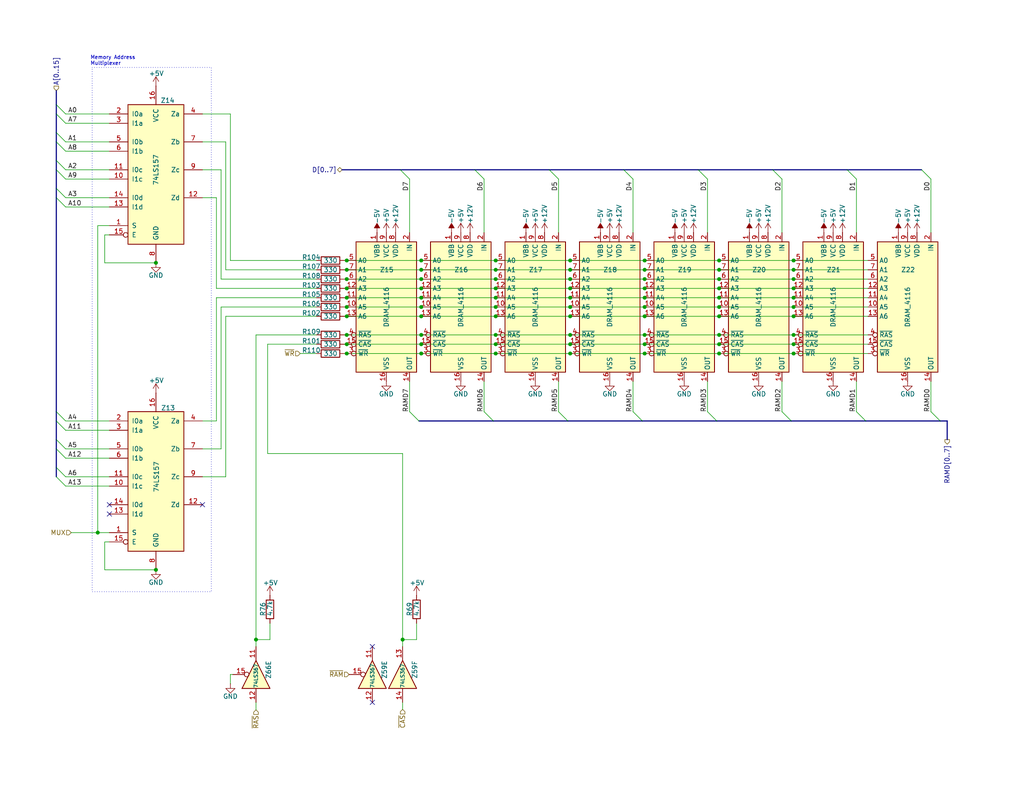
<source format=kicad_sch>
(kicad_sch (version 20250114) (generator "eeschema") (generator_version "9.0")
  (paper "USLetter")
  (title_block (title "TRS-80 Model I Rev HE11E011550") (date "2025-06-15") (rev "E1A") (company "RetroStack - Marcel Erz") (comment 2 "DRAM multiplexing & DRAM") (comment 4 "RAM"))
  (lib_symbols
    (symbol "74xx:74LS157" (pin_names (offset 1.016))
      (property "Reference" "U" (at -7.62 19.05 0))
      (property "Value" "74LS157" (at -7.62 -21.59 0))
      (symbol "74LS157_1_0"
        (pin input line (at -12.7 15.24 0) (length 5.08) (name "I0a") (number "2"))
        (pin input line (at -12.7 12.7 0) (length 5.08) (name "I1a") (number "3"))
        (pin input line (at -12.7 7.62 0) (length 5.08) (name "I0b") (number "5"))
        (pin input line (at -12.7 5.08 0) (length 5.08) (name "I1b") (number "6"))
        (pin input line (at -12.7 0 0) (length 5.08) (name "I0c") (number "11"))
        (pin input line (at -12.7 -2.54 0) (length 5.08) (name "I1c") (number "10"))
        (pin input line (at -12.7 -7.62 0) (length 5.08) (name "I0d") (number "14"))
        (pin input line (at -12.7 -10.16 0) (length 5.08) (name "I1d") (number "13"))
        (pin input line (at -12.7 -15.24 0) (length 5.08) (name "S") (number "1"))
        (pin input inverted (at -12.7 -17.78 0) (length 5.08) (name "E") (number "15"))
        (pin power_in line (at 0 22.86 270) (length 5.08) (name "VCC") (number "16"))
        (pin power_in line (at 0 -25.4 90) (length 5.08) (name "GND") (number "8"))
        (pin output line (at 12.7 15.24 180) (length 5.08) (name "Za") (number "4"))
        (pin output line (at 12.7 7.62 180) (length 5.08) (name "Zb") (number "7"))
        (pin output line (at 12.7 0 180) (length 5.08) (name "Zc") (number "9"))
        (pin output line (at 12.7 -7.62 180) (length 5.08) (name "Zd") (number "12"))
      )
      (symbol "74LS157_1_1"
        (rectangle (start -7.62 17.78) (end 7.62 -20.32) (stroke (width 0.254)) (fill (type background)))
      )
    )
    (symbol "Device:R" (pin_numbers (hide yes)) (pin_names (offset 0))
      (property "Reference" "R" (at 2.032 0 90))
      (property "Value" "R" (at 0 0 90))
      (symbol "R_0_1"
        (rectangle (start -1.016 -2.54) (end 1.016 2.54) (stroke (width 0.254)))
      )
      (symbol "R_1_1"
        (pin passive line (at 0 3.81 270) (length 1.27) (name "~") (number "1"))
        (pin passive line (at 0 -3.81 90) (length 1.27) (name "~") (number "2"))
      )
    )
    (symbol "RetroStackLibrary:74LS367_Split" (pin_names (offset 1.016))
      (property "Reference" "U" (at 0 1.27 0))
      (property "Value" "74LS367" (at 0 -1.27 0))
      (symbol "74LS367_Split_1_0"
        (polyline (pts (xy -3.81 3.81) (xy -3.81 -3.81) (xy 3.81 0) (xy -3.81 3.81)) (stroke (width 0.254)) (fill (type background)))
        (pin input line (at -7.62 0 0) (length 3.81) (name "~") (number "2"))
        (pin input inverted (at 0 6.35 270) (length 4.445) (name "~") (number "1"))
        (pin tri_state line (at 7.62 0 180) (length 3.81) (name "~") (number "3"))
      )
      (symbol "74LS367_Split_2_0"
        (polyline (pts (xy -3.81 3.81) (xy -3.81 -3.81) (xy 3.81 0) (xy -3.81 3.81)) (stroke (width 0.254)) (fill (type background)))
        (pin input line (at -7.62 0 0) (length 3.81) (name "~") (number "4"))
        (pin tri_state line (at 7.62 0 180) (length 3.81) (name "~") (number "5"))
      )
      (symbol "74LS367_Split_3_0"
        (polyline (pts (xy -3.81 3.81) (xy -3.81 -3.81) (xy 3.81 0) (xy -3.81 3.81)) (stroke (width 0.254)) (fill (type background)))
        (pin input line (at -7.62 0 0) (length 3.81) (name "~") (number "6"))
        (pin tri_state line (at 7.62 0 180) (length 3.81) (name "~") (number "7"))
      )
      (symbol "74LS367_Split_4_0"
        (polyline (pts (xy -3.81 3.81) (xy -3.81 -3.81) (xy 3.81 0) (xy -3.81 3.81)) (stroke (width 0.254)) (fill (type background)))
        (pin input line (at -7.62 0 0) (length 3.81) (name "~") (number "10"))
        (pin tri_state line (at 7.62 0 180) (length 3.81) (name "~") (number "9"))
      )
      (symbol "74LS367_Split_5_0"
        (polyline (pts (xy -3.175 -2.54) (xy -3.175 -10.16) (xy 4.445 -6.35) (xy -3.175 -2.54)) (stroke (width 0.254)) (fill (type background)))
        (pin input line (at -6.985 -6.35 0) (length 3.81) (name "~") (number "12"))
        (pin input inverted (at 0.635 0 270) (length 4.445) (name "~") (number "15"))
        (pin tri_state line (at 8.255 -6.35 180) (length 3.81) (name "~") (number "11"))
      )
      (symbol "74LS367_Split_6_0"
        (polyline (pts (xy -3.81 3.81) (xy -3.81 -3.81) (xy 3.81 0) (xy -3.81 3.81)) (stroke (width 0.254)) (fill (type background)))
        (pin input line (at -7.62 0 0) (length 3.81) (name "~") (number "14"))
        (pin tri_state line (at 7.62 0 180) (length 3.81) (name "~") (number "13"))
      )
      (symbol "74LS367_Split_7_0"
        (pin power_in line (at 0 1.905 270) (length 5.08) (name "VCC") (number "16"))
        (pin power_in line (at 0 -23.495 90) (length 5.08) (name "GND") (number "8"))
      )
      (symbol "74LS367_Split_7_1"
        (rectangle (start -5.08 -3.175) (end 5.08 -18.415) (stroke (width 0.254)) (fill (type background)))
      )
    )
    (symbol "RetroStackLibrary:DRAM_4116"
      (property "Reference" "U" (at 0 0 0))
      (property "Value" "DRAM_4116" (at 0 0 0))
      (symbol "DRAM_4116_1_1"
        (rectangle (start -8.255 -4.445) (end 8.255 -40.005) (stroke (width 0.254)) (fill (type background)))
        (pin input line (at -10.795 -9.525 0) (length 2.54) (name "A0") (number "5"))
        (pin input line (at -10.795 -12.065 0) (length 2.54) (name "A1") (number "7"))
        (pin input line (at -10.795 -14.605 0) (length 2.54) (name "A2") (number "6"))
        (pin input line (at -10.795 -17.145 0) (length 2.54) (name "A3") (number "12"))
        (pin input line (at -10.795 -19.685 0) (length 2.54) (name "A4") (number "11"))
        (pin input line (at -10.795 -22.225 0) (length 2.54) (name "A5") (number "10"))
        (pin input line (at -10.795 -24.765 0) (length 2.54) (name "A6") (number "13"))
        (pin input inverted (at -10.795 -29.845 0) (length 2.54) (name "~{RAS}") (number "4"))
        (pin input inverted (at -10.795 -32.385 0) (length 2.54) (name "~{CAS}") (number "15"))
        (pin input inverted (at -10.795 -34.925 0) (length 2.54) (name "~{WR}") (number "3"))
        (pin power_in line (at -2.54 -1.905 270) (length 2.54) (name "VBB") (number "1"))
        (pin power_in line (at 0 -1.905 270) (length 2.54) (name "VCC") (number "9"))
        (pin power_in line (at 0 -42.545 90) (length 2.54) (name "VSS") (number "16"))
        (pin power_in line (at 2.54 -1.905 270) (length 2.54) (name "VDD") (number "8"))
        (pin input line (at 6.35 -1.905 270) (length 2.54) (name "IN") (number "2"))
        (pin tri_state line (at 6.35 -42.545 90) (length 2.54) (name "OUT") (number "14"))
      )
    )
    (symbol "power:+12V" (power) (pin_numbers (hide yes)) (pin_names (offset 0) (hide yes))
      (property "Value" "+12V" (at 0 3.556 0))
      (symbol "+12V_0_1"
        (polyline (pts (xy -0.762 1.27) (xy 0 2.54)))
        (polyline (pts (xy 0 2.54) (xy 0.762 1.27)))
        (polyline (pts (xy 0 0) (xy 0 2.54)))
      )
      (symbol "+12V_1_1"
        (pin power_in line (at 0 0 90) (length 0) (name "~") (number "1"))
      )
    )
    (symbol "power:+5V" (power) (pin_numbers (hide yes)) (pin_names (offset 0) (hide yes))
      (property "Value" "+5V" (at 0 3.556 0))
      (symbol "+5V_0_1"
        (polyline (pts (xy -0.762 1.27) (xy 0 2.54)))
        (polyline (pts (xy 0 2.54) (xy 0.762 1.27)))
        (polyline (pts (xy 0 0) (xy 0 2.54)))
      )
      (symbol "+5V_1_1"
        (pin power_in line (at 0 0 90) (length 0) (name "~") (number "1"))
      )
    )
    (symbol "power:-5V" (power) (pin_numbers (hide yes)) (pin_names (offset 0) (hide yes))
      (property "Value" "-5V" (at 0 3.556 0))
      (symbol "-5V_0_0"
        (pin power_in line (at 0 0 90) (length 0) (name "~") (number "1"))
      )
      (symbol "-5V_0_1"
        (polyline (pts (xy 0 0) (xy 0 1.27) (xy 0.762 1.27) (xy 0 2.54) (xy -0.762 1.27) (xy 0 1.27)) (fill (type outline)))
      )
    )
    (symbol "power:GND" (power) (pin_numbers (hide yes)) (pin_names (offset 0) (hide yes))
      (property "Value" "GND" (at 0 -3.81 0))
      (symbol "GND_0_1"
        (polyline (pts (xy 0 0) (xy 0 -1.27) (xy 1.27 -1.27) (xy 0 -2.54) (xy -1.27 -1.27) (xy 0 -1.27)))
      )
      (symbol "GND_1_1"
        (pin power_in line (at 0 0 270) (length 0) (name "~") (number "1"))
      )
    )
  )
  (rectangle (start 25.146 18.415) (end 57.658 161.544) (stroke (width 0) (type dot)))
  (text "Memory Address\nMultiplexer" (at 24.638 18.034 0) (effects (font (size 1 1)) (justify left bottom)))
  (junction (at 94.615 76.2))
  (junction (at 26.67 145.415))
  (junction (at 196.215 96.52))
  (junction (at 196.215 93.98))
  (junction (at 109.855 174.625))
  (junction (at 196.215 71.12))
  (junction (at 196.215 73.66))
  (junction (at 216.535 86.36))
  (junction (at 135.255 91.44))
  (junction (at 216.535 81.28))
  (junction (at 69.85 174.625))
  (junction (at 216.535 71.12))
  (junction (at 155.575 93.98))
  (junction (at 94.615 73.66))
  (junction (at 175.895 83.82))
  (junction (at 196.215 78.74))
  (junction (at 175.895 73.66))
  (junction (at 94.615 93.98))
  (junction (at 94.615 81.28))
  (junction (at 42.545 155.575))
  (junction (at 135.255 93.98))
  (junction (at 155.575 78.74))
  (junction (at 94.615 71.12))
  (junction (at 196.215 76.2))
  (junction (at 114.935 81.28))
  (junction (at 135.255 83.82))
  (junction (at 135.255 73.66))
  (junction (at 196.215 81.28))
  (junction (at 135.255 81.28))
  (junction (at 196.215 83.82))
  (junction (at 135.255 71.12))
  (junction (at 94.615 91.44))
  (junction (at 135.255 86.36))
  (junction (at 155.575 96.52))
  (junction (at 114.935 83.82))
  (junction (at 175.895 91.44))
  (junction (at 155.575 81.28))
  (junction (at 175.895 86.36))
  (junction (at 216.535 91.44))
  (junction (at 175.895 71.12))
  (junction (at 114.935 91.44))
  (junction (at 42.545 71.755))
  (junction (at 155.575 91.44))
  (junction (at 216.535 83.82))
  (junction (at 196.215 86.36))
  (junction (at 175.895 96.52))
  (junction (at 216.535 78.74))
  (junction (at 135.255 96.52))
  (junction (at 155.575 86.36))
  (junction (at 216.535 96.52))
  (junction (at 216.535 73.66))
  (junction (at 114.935 73.66))
  (junction (at 216.535 76.2))
  (junction (at 94.615 78.74))
  (junction (at 175.895 81.28))
  (junction (at 175.895 78.74))
  (junction (at 114.935 96.52))
  (junction (at 216.535 93.98))
  (junction (at 155.575 73.66))
  (junction (at 94.615 86.36))
  (junction (at 155.575 71.12))
  (junction (at 114.935 93.98))
  (junction (at 114.935 76.2))
  (junction (at 175.895 76.2))
  (junction (at 135.255 76.2))
  (junction (at 155.575 76.2))
  (junction (at 94.615 83.82))
  (junction (at 114.935 71.12))
  (junction (at 175.895 93.98))
  (junction (at 196.215 91.44))
  (junction (at 114.935 78.74))
  (junction (at 114.935 86.36))
  (junction (at 94.615 96.52))
  (junction (at 155.575 83.82))
  (junction (at 135.255 78.74))
  (no_connect (at 29.845 137.795))
  (no_connect (at 55.245 137.795))
  (no_connect (at 101.6 191.77))
  (no_connect (at 101.6 176.53))
  (no_connect (at 29.845 140.335))
  (bus_entry (at 17.907 48.895) (size -2.54 -2.54))
  (bus_entry (at 233.68 112.395) (size 2.54 2.54))
  (bus_entry (at 111.76 48.895) (size -2.54 -2.54))
  (bus_entry (at 17.907 46.355) (size -2.54 -2.54))
  (bus_entry (at 17.907 122.555) (size -2.54 -2.54))
  (bus_entry (at 17.907 33.655) (size -2.54 -2.54))
  (bus_entry (at 17.907 53.975) (size -2.54 -2.54))
  (bus_entry (at 193.04 112.395) (size 2.54 2.54))
  (bus_entry (at 132.08 48.895) (size -2.54 -2.54))
  (bus_entry (at 213.36 48.895) (size -2.54 -2.54))
  (bus_entry (at 17.907 117.475) (size -2.54 -2.54))
  (bus_entry (at 17.907 56.515) (size -2.54 -2.54))
  (bus_entry (at 152.4 112.395) (size 2.54 2.54))
  (bus_entry (at 17.907 41.275) (size -2.54 -2.54))
  (bus_entry (at 17.907 125.095) (size -2.54 -2.54))
  (bus_entry (at 17.907 114.935) (size -2.54 -2.54))
  (bus_entry (at 233.68 48.895) (size -2.54 -2.54))
  (bus_entry (at 213.36 112.395) (size 2.54 2.54))
  (bus_entry (at 17.907 31.115) (size -2.54 -2.54))
  (bus_entry (at 17.907 38.735) (size -2.54 -2.54))
  (bus_entry (at 132.08 112.395) (size 2.54 2.54))
  (bus_entry (at 172.72 112.395) (size 2.54 2.54))
  (bus_entry (at 17.907 132.715) (size -2.54 -2.54))
  (bus_entry (at 254 112.395) (size 2.54 2.54))
  (bus_entry (at 111.76 112.395) (size 2.54 2.54))
  (bus_entry (at 17.907 130.175) (size -2.54 -2.54))
  (bus_entry (at 193.04 48.895) (size -2.54 -2.54))
  (bus_entry (at 254 48.895) (size -2.54 -2.54))
  (bus_entry (at 172.72 48.895) (size -2.54 -2.54))
  (bus_entry (at 152.4 48.895) (size -2.54 -2.54))
  (wire (pts (xy 28.575 147.955) (xy 28.575 155.575)))
  (wire (pts (xy 135.255 71.12) (xy 155.575 71.12)))
  (wire (pts (xy 94.615 76.2) (xy 93.98 76.2)))
  (wire (pts (xy 216.535 81.28) (xy 236.855 81.28)))
  (bus (pts (xy 175.26 114.935) (xy 195.58 114.935)))
  (wire (pts (xy 94.615 81.28) (xy 114.935 81.28)))
  (wire (pts (xy 114.935 71.12) (xy 135.255 71.12)))
  (wire (pts (xy 61.595 38.735) (xy 61.595 73.66)))
  (wire (pts (xy 26.67 61.595) (xy 26.67 145.415)))
  (wire (pts (xy 193.04 48.895) (xy 193.04 63.5)))
  (bus (pts (xy 236.22 114.935) (xy 256.54 114.935)))
  (wire (pts (xy 193.04 104.14) (xy 193.04 112.395)))
  (wire (pts (xy 60.325 83.82) (xy 86.36 83.82)))
  (wire (pts (xy 55.245 31.115) (xy 62.865 31.115)))
  (wire (pts (xy 175.895 81.28) (xy 196.215 81.28)))
  (wire (pts (xy 213.36 104.14) (xy 213.36 112.395)))
  (wire (pts (xy 55.245 46.355) (xy 60.325 46.355)))
  (bus (pts (xy 231.14 46.355) (xy 251.46 46.355)))
  (wire (pts (xy 17.907 33.655) (xy 29.845 33.655)))
  (wire (pts (xy 114.935 83.82) (xy 135.255 83.82)))
  (wire (pts (xy 175.895 71.12) (xy 196.215 71.12)))
  (bus (pts (xy 114.3 114.935) (xy 134.62 114.935)))
  (wire (pts (xy 135.255 81.28) (xy 155.575 81.28)))
  (wire (pts (xy 17.907 117.475) (xy 29.845 117.475)))
  (wire (pts (xy 109.855 174.625) (xy 109.855 176.53)))
  (wire (pts (xy 196.215 91.44) (xy 216.535 91.44)))
  (wire (pts (xy 175.895 83.82) (xy 196.215 83.82)))
  (wire (pts (xy 26.67 145.415) (xy 29.845 145.415)))
  (wire (pts (xy 196.215 86.36) (xy 216.535 86.36)))
  (wire (pts (xy 28.575 64.135) (xy 28.575 71.755)))
  (wire (pts (xy 61.595 73.66) (xy 86.36 73.66)))
  (wire (pts (xy 111.76 48.895) (xy 111.76 63.5)))
  (wire (pts (xy 114.935 93.98) (xy 135.255 93.98)))
  (wire (pts (xy 254 104.14) (xy 254 112.395)))
  (wire (pts (xy 17.907 56.515) (xy 29.845 56.515)))
  (bus (pts (xy 15.367 51.435) (xy 15.367 46.355)))
  (bus (pts (xy 215.9 114.935) (xy 236.22 114.935)))
  (wire (pts (xy 175.895 78.74) (xy 196.215 78.74)))
  (wire (pts (xy 69.85 174.625) (xy 69.85 176.53)))
  (wire (pts (xy 109.855 123.825) (xy 109.855 174.625)))
  (wire (pts (xy 81.915 96.52) (xy 86.36 96.52)))
  (bus (pts (xy 15.367 53.975) (xy 15.367 51.435)))
  (wire (pts (xy 93.98 73.66) (xy 94.615 73.66)))
  (wire (pts (xy 155.575 76.2) (xy 175.895 76.2)))
  (bus (pts (xy 258.445 114.935) (xy 258.445 120.015)))
  (wire (pts (xy 196.215 71.12) (xy 216.535 71.12)))
  (wire (pts (xy 59.055 114.935) (xy 55.245 114.935)))
  (wire (pts (xy 17.907 41.275) (xy 29.845 41.275)))
  (wire (pts (xy 28.575 64.135) (xy 29.845 64.135)))
  (bus (pts (xy 15.367 114.935) (xy 15.367 112.395)))
  (bus (pts (xy 15.367 112.395) (xy 15.367 53.975)))
  (wire (pts (xy 60.325 46.355) (xy 60.325 76.2)))
  (wire (pts (xy 73.025 123.825) (xy 109.855 123.825)))
  (wire (pts (xy 216.535 73.66) (xy 236.855 73.66)))
  (wire (pts (xy 62.865 31.115) (xy 62.865 71.12)))
  (wire (pts (xy 152.4 104.14) (xy 152.4 112.395)))
  (wire (pts (xy 17.907 38.735) (xy 29.845 38.735)))
  (wire (pts (xy 94.615 83.82) (xy 114.935 83.82)))
  (bus (pts (xy 15.367 122.555) (xy 15.367 127.635)))
  (wire (pts (xy 175.895 86.36) (xy 196.215 86.36)))
  (wire (pts (xy 233.68 104.14) (xy 233.68 112.395)))
  (wire (pts (xy 17.907 53.975) (xy 29.845 53.975)))
  (wire (pts (xy 135.255 96.52) (xy 155.575 96.52)))
  (wire (pts (xy 172.72 104.14) (xy 172.72 112.395)))
  (bus (pts (xy 15.367 38.735) (xy 15.367 36.195)))
  (wire (pts (xy 196.215 81.28) (xy 216.535 81.28)))
  (wire (pts (xy 19.431 145.415) (xy 26.67 145.415)))
  (wire (pts (xy 155.575 78.74) (xy 175.895 78.74)))
  (wire (pts (xy 94.615 76.2) (xy 114.935 76.2)))
  (wire (pts (xy 28.575 155.575) (xy 42.545 155.575)))
  (wire (pts (xy 94.615 91.44) (xy 114.935 91.44)))
  (wire (pts (xy 17.907 122.555) (xy 29.845 122.555)))
  (wire (pts (xy 155.575 83.82) (xy 175.895 83.82)))
  (wire (pts (xy 155.575 86.36) (xy 175.895 86.36)))
  (wire (pts (xy 17.907 48.895) (xy 29.845 48.895)))
  (bus (pts (xy 15.367 130.175) (xy 15.367 127.635)))
  (wire (pts (xy 94.615 83.82) (xy 93.98 83.82)))
  (wire (pts (xy 93.98 96.52) (xy 94.615 96.52)))
  (wire (pts (xy 17.907 31.115) (xy 29.845 31.115)))
  (wire (pts (xy 59.055 53.975) (xy 59.055 78.74)))
  (wire (pts (xy 114.935 73.66) (xy 135.255 73.66)))
  (wire (pts (xy 135.255 91.44) (xy 155.575 91.44)))
  (wire (pts (xy 73.025 93.98) (xy 86.36 93.98)))
  (wire (pts (xy 111.76 104.14) (xy 111.76 112.395)))
  (wire (pts (xy 175.895 76.2) (xy 196.215 76.2)))
  (wire (pts (xy 62.865 184.15) (xy 63.5 184.15)))
  (wire (pts (xy 155.575 93.98) (xy 175.895 93.98)))
  (wire (pts (xy 114.935 81.28) (xy 135.255 81.28)))
  (wire (pts (xy 196.215 93.98) (xy 216.535 93.98)))
  (bus (pts (xy 170.18 46.355) (xy 190.5 46.355)))
  (bus (pts (xy 15.367 122.555) (xy 15.367 120.015)))
  (wire (pts (xy 28.575 147.955) (xy 29.845 147.955)))
  (wire (pts (xy 55.245 130.175) (xy 61.595 130.175)))
  (wire (pts (xy 94.615 86.36) (xy 114.935 86.36)))
  (wire (pts (xy 94.615 93.98) (xy 93.98 93.98)))
  (wire (pts (xy 114.935 76.2) (xy 135.255 76.2)))
  (wire (pts (xy 152.4 48.895) (xy 152.4 63.5)))
  (wire (pts (xy 17.907 125.095) (xy 29.845 125.095)))
  (bus (pts (xy 15.367 38.735) (xy 15.367 43.815)))
  (wire (pts (xy 109.855 174.625) (xy 113.665 174.625)))
  (wire (pts (xy 216.535 83.82) (xy 236.855 83.82)))
  (wire (pts (xy 216.535 76.2) (xy 236.855 76.2)))
  (wire (pts (xy 175.895 93.98) (xy 196.215 93.98)))
  (wire (pts (xy 155.575 91.44) (xy 175.895 91.44)))
  (bus (pts (xy 195.58 114.935) (xy 215.9 114.935)))
  (wire (pts (xy 59.055 78.74) (xy 86.36 78.74)))
  (wire (pts (xy 135.255 76.2) (xy 155.575 76.2)))
  (wire (pts (xy 114.935 86.36) (xy 135.255 86.36)))
  (wire (pts (xy 17.907 46.355) (xy 29.845 46.355)))
  (wire (pts (xy 196.215 76.2) (xy 216.535 76.2)))
  (wire (pts (xy 113.665 170.18) (xy 113.665 174.625)))
  (wire (pts (xy 94.615 78.74) (xy 114.935 78.74)))
  (wire (pts (xy 132.08 104.14) (xy 132.08 112.395)))
  (wire (pts (xy 28.575 71.755) (xy 42.545 71.755)))
  (wire (pts (xy 254 48.895) (xy 254 63.5)))
  (wire (pts (xy 55.245 122.555) (xy 60.325 122.555)))
  (wire (pts (xy 132.08 48.895) (xy 132.08 63.5)))
  (wire (pts (xy 135.255 86.36) (xy 155.575 86.36)))
  (wire (pts (xy 155.575 71.12) (xy 175.895 71.12)))
  (wire (pts (xy 69.85 91.44) (xy 86.36 91.44)))
  (bus (pts (xy 15.367 46.355) (xy 15.367 43.815)))
  (bus (pts (xy 109.22 46.355) (xy 129.54 46.355)))
  (wire (pts (xy 155.575 81.28) (xy 175.895 81.28)))
  (bus (pts (xy 210.82 46.355) (xy 231.14 46.355)))
  (bus (pts (xy 149.86 46.355) (xy 170.18 46.355)))
  (wire (pts (xy 216.535 86.36) (xy 236.855 86.36)))
  (wire (pts (xy 93.98 71.12) (xy 94.615 71.12)))
  (wire (pts (xy 17.907 132.715) (xy 29.845 132.715)))
  (wire (pts (xy 196.215 73.66) (xy 216.535 73.66)))
  (wire (pts (xy 59.055 53.975) (xy 55.245 53.975)))
  (wire (pts (xy 196.215 83.82) (xy 216.535 83.82)))
  (wire (pts (xy 135.255 78.74) (xy 155.575 78.74)))
  (wire (pts (xy 62.865 71.12) (xy 86.36 71.12)))
  (wire (pts (xy 155.575 96.52) (xy 175.895 96.52)))
  (bus (pts (xy 15.367 36.195) (xy 15.367 31.115)))
  (wire (pts (xy 59.055 81.28) (xy 86.36 81.28)))
  (wire (pts (xy 93.98 86.36) (xy 94.615 86.36)))
  (bus (pts (xy 129.54 46.355) (xy 149.86 46.355)))
  (wire (pts (xy 135.255 83.82) (xy 155.575 83.82)))
  (wire (pts (xy 94.615 71.12) (xy 114.935 71.12)))
  (wire (pts (xy 60.325 76.2) (xy 86.36 76.2)))
  (wire (pts (xy 73.66 170.18) (xy 73.66 174.625)))
  (wire (pts (xy 94.615 93.98) (xy 114.935 93.98)))
  (wire (pts (xy 196.215 96.52) (xy 216.535 96.52)))
  (wire (pts (xy 59.055 114.935) (xy 59.055 81.28)))
  (wire (pts (xy 94.615 73.66) (xy 114.935 73.66)))
  (wire (pts (xy 29.845 61.595) (xy 26.67 61.595)))
  (wire (pts (xy 61.595 86.36) (xy 86.36 86.36)))
  (wire (pts (xy 175.895 96.52) (xy 196.215 96.52)))
  (wire (pts (xy 61.595 86.36) (xy 61.595 130.175)))
  (wire (pts (xy 69.85 174.625) (xy 73.66 174.625)))
  (wire (pts (xy 114.935 91.44) (xy 135.255 91.44)))
  (wire (pts (xy 216.535 91.44) (xy 236.855 91.44)))
  (bus (pts (xy 154.94 114.935) (xy 175.26 114.935)))
  (wire (pts (xy 94.615 96.52) (xy 114.935 96.52)))
  (wire (pts (xy 213.36 48.895) (xy 213.36 63.5)))
  (wire (pts (xy 216.535 78.74) (xy 236.855 78.74)))
  (wire (pts (xy 172.72 48.895) (xy 172.72 63.5)))
  (wire (pts (xy 175.895 73.66) (xy 196.215 73.66)))
  (wire (pts (xy 135.255 93.98) (xy 155.575 93.98)))
  (wire (pts (xy 94.615 78.74) (xy 93.98 78.74)))
  (bus (pts (xy 15.367 28.575) (xy 15.367 24.765)))
  (wire (pts (xy 69.85 193.802) (xy 69.85 191.77)))
  (wire (pts (xy 216.535 96.52) (xy 236.855 96.52)))
  (wire (pts (xy 109.855 193.675) (xy 109.855 191.77)))
  (wire (pts (xy 93.98 91.44) (xy 94.615 91.44)))
  (bus (pts (xy 15.367 31.115) (xy 15.367 28.575)))
  (bus (pts (xy 93.345 46.355) (xy 109.22 46.355)))
  (wire (pts (xy 135.255 73.66) (xy 155.575 73.66)))
  (wire (pts (xy 196.215 78.74) (xy 216.535 78.74)))
  (wire (pts (xy 62.865 186.69) (xy 62.865 184.15)))
  (wire (pts (xy 55.245 38.735) (xy 61.595 38.735)))
  (wire (pts (xy 175.895 91.44) (xy 196.215 91.44)))
  (wire (pts (xy 17.907 114.935) (xy 29.845 114.935)))
  (wire (pts (xy 114.935 78.74) (xy 135.255 78.74)))
  (wire (pts (xy 94.615 81.28) (xy 93.98 81.28)))
  (wire (pts (xy 155.575 73.66) (xy 175.895 73.66)))
  (wire (pts (xy 60.325 122.555) (xy 60.325 83.82)))
  (wire (pts (xy 216.535 93.98) (xy 236.855 93.98)))
  (bus (pts (xy 256.54 114.935) (xy 258.445 114.935)))
  (wire (pts (xy 216.535 71.12) (xy 236.855 71.12)))
  (bus (pts (xy 15.367 114.935) (xy 15.367 120.015)))
  (wire (pts (xy 114.935 96.52) (xy 135.255 96.52)))
  (wire (pts (xy 233.68 48.895) (xy 233.68 63.5)))
  (bus (pts (xy 190.5 46.355) (xy 210.82 46.355)))
  (wire (pts (xy 17.907 130.175) (xy 29.845 130.175)))
  (bus (pts (xy 134.62 114.935) (xy 154.94 114.935)))
  (wire (pts (xy 73.025 93.98) (xy 73.025 123.825)))
  (wire (pts (xy 69.85 91.44) (xy 69.85 174.625)))
  (label "A1" (at 18.542 38.735 0))
  (label "D2" (at 213.36 49.53 270))
  (label "A11" (at 18.542 117.475 0))
  (label "A8" (at 18.542 41.275 0))
  (label "A6" (at 18.542 130.175 0))
  (label "A12" (at 18.542 125.095 0))
  (label "RAMD7" (at 111.76 106.045 270))
  (label "RAMD6" (at 132.08 106.045 270))
  (label "A10" (at 18.542 56.515 0))
  (label "A0" (at 18.542 31.115 0))
  (label "A7" (at 18.542 33.655 0))
  (label "RAMD3" (at 193.04 106.045 270))
  (label "D3" (at 193.04 49.53 270))
  (label "D0" (at 254 49.53 270))
  (label "RAMD4" (at 172.72 106.045 270))
  (label "D5" (at 152.4 49.53 270))
  (label "RAMD1" (at 233.68 106.045 270))
  (label "A13" (at 18.542 132.715 0))
  (label "D4" (at 172.72 49.53 270))
  (label "A4" (at 18.542 114.935 0))
  (label "D6" (at 132.08 49.53 270))
  (label "A3" (at 18.542 53.975 0))
  (label "RAMD0" (at 254 106.045 270))
  (label "A9" (at 18.542 48.895 0))
  (label "A5" (at 18.542 122.555 0))
  (label "A2" (at 18.542 46.355 0))
  (label "D7" (at 111.76 49.53 270))
  (label "RAMD2" (at 213.36 106.045 270))
  (label "RAMD5" (at 152.4 106.045 270))
  (label "D1" (at 233.68 49.53 270))
  (hierarchical_label "~{WR}" (shape input) (at 81.915 96.52 180))
  (hierarchical_label "A[0..15]" (shape input) (at 15.367 24.765 90))
  (hierarchical_label "~{CAS}" (shape input) (at 109.855 193.675 270))
  (hierarchical_label "~{RAS}" (shape input) (at 69.85 193.802 270))
  (hierarchical_label "D[0..7]" (shape bidirectional) (at 93.345 46.355 180))
  (hierarchical_label "~{RAM}" (shape input) (at 95.25 184.15 180))
  (hierarchical_label "RAMD[0..7]" (shape output) (at 258.445 120.015 270))
  (hierarchical_label "MUX" (shape input) (at 19.431 145.415 180))
  (symbol (lib_id "power:-5V") (at 224.79 63.5 0) (unit 1)
    (property "Reference" "#PWR0160" (effects (hide yes)))
    (property "Value" "-5V" (at 224.79 59.055 90))
    (property "Description" "Power symbol creates a global label with name \"-5V\"" (effects (hide yes)))
  )
  (symbol (lib_id "power:GND") (at 125.73 104.14 0) (unit 1)
    (property "Reference" "#PWR0140" (effects (hide yes)))
    (property "Value" "GND" (at 125.73 107.569 0))
    (property "Description" "Power symbol creates a global label with name \"GND\" , ground" (effects (hide yes)))
  )
  (symbol (lib_id "power:+12V") (at 250.19 63.5 0) (unit 1)
    (property "Reference" "#PWR0165" (effects (hide yes)))
    (property "Value" "+12V" (at 250.19 58.42 90))
    (property "Description" "Power symbol creates a global label with name \"+12V\"" (effects (hide yes)))
  )
  (symbol (lib_id "power:GND") (at 146.05 104.14 0) (unit 1)
    (property "Reference" "#PWR0142" (effects (hide yes)))
    (property "Value" "GND" (at 146.05 107.569 0))
    (property "Description" "Power symbol creates a global label with name \"GND\" , ground" (effects (hide yes)))
  )
  (symbol (lib_id "power:+5V") (at 186.69 63.5 0) (unit 1)
    (property "Reference" "#PWR0104" (effects (hide yes)))
    (property "Value" "+5V" (at 186.69 58.928 90))
    (property "Description" "Power symbol creates a global label with name \"+5V\"" (effects (hide yes)))
  )
  (symbol (lib_id "power:-5V") (at 245.11 63.5 0) (unit 1)
    (property "Reference" "#PWR0163" (effects (hide yes)))
    (property "Value" "-5V" (at 245.11 59.055 90))
    (property "Description" "Power symbol creates a global label with name \"-5V\"" (effects (hide yes)))
  )
  (symbol (lib_id "power:+5V") (at 105.41 63.5 0) (unit 1)
    (property "Reference" "#PWR039" (effects (hide yes)))
    (property "Value" "+5V" (at 105.41 58.928 90))
    (property "Description" "Power symbol creates a global label with name \"+5V\"" (effects (hide yes)))
  )
  (symbol (lib_id "power:GND") (at 166.37 104.14 0) (unit 1)
    (property "Reference" "#PWR0144" (effects (hide yes)))
    (property "Value" "GND" (at 166.37 107.569 0))
    (property "Description" "Power symbol creates a global label with name \"GND\" , ground" (effects (hide yes)))
  )
  (symbol (lib_id "RetroStackLibrary:DRAM_4116") (at 105.41 61.595 0) (unit 1)
    (property "Reference" "Z15" (at 105.537 73.66 0))
    (property "Value" "DRAM_4116" (at 105.41 83.82 90))
    (property "Footprint" "Library:TRS80_Model_I_DIP16_Jap" (effects (hide yes)))
    (property "Datasheet" "https://wiki.console5.com/tw/images/8/85/MK4116.pdf" (effects (hide yes)))
    (property "Description" "16kBit x 1 Bit Dynamic RAM" (effects (hide yes)))
  )
  (symbol (lib_id "power:+5V") (at 42.545 107.315 0) (unit 1)
    (property "Reference" "#PWR029" (effects (hide yes)))
    (property "Value" "+5V" (at 42.672 103.886 0))
    (property "Description" "Power symbol creates a global label with name \"+5V\"" (effects (hide yes)))
  )
  (symbol (lib_id "Device:R") (at 90.17 93.98 270) (unit 1)
    (property "Reference" "R101" (at 87.503 93.091 90) (effects (justify right)))
    (property "Value" "330" (at 88.265 93.98 90) (effects (justify left)))
    (property "Footprint" "Library:TRS80_Model_I_R_0.25W_Jap" (effects (hide yes)))
  )
  (symbol (lib_id "Device:R") (at 113.665 166.37 0) (unit 1)
    (property "Reference" "R69" (at 111.76 168.275 90) (effects (justify left)))
    (property "Value" "4.7k" (at 113.665 168.275 90) (effects (justify left)))
    (property "Footprint" "Library:TRS80_Model_I_R_0.25W_Jap" (effects (hide yes)))
  )
  (symbol (lib_id "Device:R") (at 90.17 78.74 270) (unit 1)
    (property "Reference" "R103" (at 87.503 77.851 90) (effects (justify right)))
    (property "Value" "330" (at 88.265 78.74 90) (effects (justify left)))
    (property "Footprint" "Library:TRS80_Model_I_R_0.25W_Jap" (effects (hide yes)))
  )
  (symbol (lib_id "RetroStackLibrary:DRAM_4116") (at 247.65 61.595 0) (unit 1)
    (property "Reference" "Z22" (at 247.777 73.66 0))
    (property "Value" "DRAM_4116" (at 247.65 83.82 90))
    (property "Footprint" "Library:TRS80_Model_I_DIP16_Jap" (effects (hide yes)))
    (property "Datasheet" "https://wiki.console5.com/tw/images/8/85/MK4116.pdf" (effects (hide yes)))
    (property "Description" "16kBit x 1 Bit Dynamic RAM" (effects (hide yes)))
  )
  (symbol (lib_id "Device:R") (at 90.17 91.44 270) (unit 1)
    (property "Reference" "R109" (at 87.503 90.551 90) (effects (justify right)))
    (property "Value" "330" (at 88.265 91.44 90) (effects (justify left)))
    (property "Footprint" "Library:TRS80_Model_I_R_0.25W_Jap" (effects (hide yes)))
  )
  (symbol (lib_id "RetroStackLibrary:74LS367_Split") (at 63.5 184.785 90) (unit 5)
    (property "Reference" "Z66" (at 73.279 180.34 0) (effects (justify right)))
    (property "Value" "74LS367" (at 69.85 184.531 0) (effects (font (size 1 1))))
    (property "Footprint" "Library:TRS80_Model_I_DIP16_Jap" (effects (hide yes)))
    (property "Datasheet" "https://www.ti.com/lit/ds/symlink/sn74ls367a.pdf" (effects (hide yes)))
    (property "Description" "Hex buffer 3-State outputs" (effects (hide yes)))
  )
  (symbol (lib_id "RetroStackLibrary:DRAM_4116") (at 125.73 61.595 0) (unit 1)
    (property "Reference" "Z16" (at 125.857 73.66 0))
    (property "Value" "DRAM_4116" (at 125.73 83.82 90))
    (property "Footprint" "Library:TRS80_Model_I_DIP16_Jap" (effects (hide yes)))
    (property "Datasheet" "https://wiki.console5.com/tw/images/8/85/MK4116.pdf" (effects (hide yes)))
    (property "Description" "16kBit x 1 Bit Dynamic RAM" (effects (hide yes)))
  )
  (symbol (lib_id "Device:R") (at 90.17 83.82 270) (unit 1)
    (property "Reference" "R106" (at 87.503 82.931 90) (effects (justify right)))
    (property "Value" "330" (at 88.265 83.82 90) (effects (justify left)))
    (property "Footprint" "Library:TRS80_Model_I_R_0.25W_Jap" (effects (hide yes)))
  )
  (symbol (lib_id "power:GND") (at 42.545 71.755 0) (unit 1)
    (property "Reference" "#PWR0164" (effects (hide yes)))
    (property "Value" "GND" (at 42.545 75.184 0))
    (property "Description" "Power symbol creates a global label with name \"GND\" , ground" (effects (hide yes)))
  )
  (symbol (lib_id "Device:R") (at 90.17 96.52 270) (unit 1)
    (property "Reference" "R110" (at 87.503 95.631 90) (effects (justify right)))
    (property "Value" "330" (at 88.265 96.52 90) (effects (justify left)))
    (property "Footprint" "Library:TRS80_Model_I_R_0.25W_Jap" (effects (hide yes)))
  )
  (symbol (lib_id "power:GND") (at 62.865 186.69 0) (unit 1)
    (property "Reference" "#PWR035" (effects (hide yes)))
    (property "Value" "GND" (at 62.865 190.119 0))
    (property "Description" "Power symbol creates a global label with name \"GND\" , ground" (effects (hide yes)))
  )
  (symbol (lib_id "RetroStackLibrary:DRAM_4116") (at 207.01 61.595 0) (unit 1)
    (property "Reference" "Z20" (at 207.137 73.66 0))
    (property "Value" "DRAM_4116" (at 207.01 83.82 90))
    (property "Footprint" "Library:TRS80_Model_I_DIP16_Jap" (effects (hide yes)))
    (property "Datasheet" "https://wiki.console5.com/tw/images/8/85/MK4116.pdf" (effects (hide yes)))
    (property "Description" "16kBit x 1 Bit Dynamic RAM" (effects (hide yes)))
  )
  (symbol (lib_id "RetroStackLibrary:DRAM_4116") (at 166.37 61.595 0) (unit 1)
    (property "Reference" "Z18" (at 166.497 73.66 0))
    (property "Value" "DRAM_4116" (at 166.37 83.82 90))
    (property "Footprint" "Library:TRS80_Model_I_DIP16_Jap" (effects (hide yes)))
    (property "Datasheet" "https://wiki.console5.com/tw/images/8/85/MK4116.pdf" (effects (hide yes)))
    (property "Description" "16kBit x 1 Bit Dynamic RAM" (effects (hide yes)))
  )
  (symbol (lib_id "power:+5V") (at 247.65 63.5 0) (unit 1)
    (property "Reference" "#PWR0110" (effects (hide yes)))
    (property "Value" "+5V" (at 247.65 58.928 90))
    (property "Description" "Power symbol creates a global label with name \"+5V\"" (effects (hide yes)))
  )
  (symbol (lib_id "RetroStackLibrary:DRAM_4116") (at 146.05 61.595 0) (unit 1)
    (property "Reference" "Z17" (at 146.177 73.66 0))
    (property "Value" "DRAM_4116" (at 146.05 83.82 90))
    (property "Footprint" "Library:TRS80_Model_I_DIP16_Jap" (effects (hide yes)))
    (property "Datasheet" "https://wiki.console5.com/tw/images/8/85/MK4116.pdf" (effects (hide yes)))
    (property "Description" "16kBit x 1 Bit Dynamic RAM" (effects (hide yes)))
  )
  (symbol (lib_id "power:GND") (at 42.545 155.575 0) (unit 1)
    (property "Reference" "#PWR0161" (effects (hide yes)))
    (property "Value" "GND" (at 42.545 159.004 0))
    (property "Description" "Power symbol creates a global label with name \"GND\" , ground" (effects (hide yes)))
  )
  (symbol (lib_id "power:-5V") (at 102.87 63.5 0) (unit 1)
    (property "Reference" "#PWR0141" (effects (hide yes)))
    (property "Value" "-5V" (at 102.87 59.055 90))
    (property "Description" "Power symbol creates a global label with name \"-5V\"" (effects (hide yes)))
  )
  (symbol (lib_id "Device:R") (at 90.17 73.66 270) (unit 1)
    (property "Reference" "R107" (at 87.503 72.771 90) (effects (justify right)))
    (property "Value" "330" (at 88.265 73.66 90) (effects (justify left)))
    (property "Footprint" "Library:TRS80_Model_I_R_0.25W_Jap" (effects (hide yes)))
  )
  (symbol (lib_id "power:+12V") (at 189.23 63.5 0) (unit 1)
    (property "Reference" "#PWR0156" (effects (hide yes)))
    (property "Value" "+12V" (at 189.23 58.42 90))
    (property "Description" "Power symbol creates a global label with name \"+12V\"" (effects (hide yes)))
  )
  (symbol (lib_id "power:-5V") (at 143.51 63.5 0) (unit 1)
    (property "Reference" "#PWR0148" (effects (hide yes)))
    (property "Value" "-5V" (at 143.51 59.055 90))
    (property "Description" "Power symbol creates a global label with name \"-5V\"" (effects (hide yes)))
  )
  (symbol (lib_id "power:GND") (at 186.69 104.14 0) (unit 1)
    (property "Reference" "#PWR0146" (effects (hide yes)))
    (property "Value" "GND" (at 186.69 107.569 0))
    (property "Description" "Power symbol creates a global label with name \"GND\" , ground" (effects (hide yes)))
  )
  (symbol (lib_id "Device:R") (at 90.17 86.36 270) (unit 1)
    (property "Reference" "R102" (at 87.503 85.471 90) (effects (justify right)))
    (property "Value" "330" (at 88.265 86.36 90) (effects (justify left)))
    (property "Footprint" "Library:TRS80_Model_I_R_0.25W_Jap" (effects (hide yes)))
  )
  (symbol (lib_id "power:+5V") (at 166.37 63.5 0) (unit 1)
    (property "Reference" "#PWR099" (effects (hide yes)))
    (property "Value" "+5V" (at 166.37 58.928 90))
    (property "Description" "Power symbol creates a global label with name \"+5V\"" (effects (hide yes)))
  )
  (symbol (lib_id "power:GND") (at 105.41 104.14 0) (unit 1)
    (property "Reference" "#PWR0119" (effects (hide yes)))
    (property "Value" "GND" (at 105.41 107.569 0))
    (property "Description" "Power symbol creates a global label with name \"GND\" , ground" (effects (hide yes)))
  )
  (symbol (lib_id "power:+12V") (at 148.59 63.5 0) (unit 1)
    (property "Reference" "#PWR0150" (effects (hide yes)))
    (property "Value" "+12V" (at 148.59 58.42 90))
    (property "Description" "Power symbol creates a global label with name \"+12V\"" (effects (hide yes)))
  )
  (symbol (lib_id "power:+12V") (at 229.87 63.5 0) (unit 1)
    (property "Reference" "#PWR0162" (effects (hide yes)))
    (property "Value" "+12V" (at 229.87 58.42 90))
    (property "Description" "Power symbol creates a global label with name \"+12V\"" (effects (hide yes)))
  )
  (symbol (lib_id "power:+5V") (at 125.73 63.5 0) (unit 1)
    (property "Reference" "#PWR021" (effects (hide yes)))
    (property "Value" "+5V" (at 125.73 58.928 90))
    (property "Description" "Power symbol creates a global label with name \"+5V\"" (effects (hide yes)))
  )
  (symbol (lib_id "power:GND") (at 247.65 104.14 0) (unit 1)
    (property "Reference" "#PWR0155" (effects (hide yes)))
    (property "Value" "GND" (at 247.65 107.569 0))
    (property "Description" "Power symbol creates a global label with name \"GND\" , ground" (effects (hide yes)))
  )
  (symbol (lib_id "Device:R") (at 90.17 76.2 270) (unit 1)
    (property "Reference" "R108" (at 87.503 75.311 90) (effects (justify right)))
    (property "Value" "330" (at 88.265 76.2 90) (effects (justify left)))
    (property "Footprint" "Library:TRS80_Model_I_R_0.25W_Jap" (effects (hide yes)))
  )
  (symbol (lib_id "power:-5V") (at 163.83 63.5 0) (unit 1)
    (property "Reference" "#PWR0151" (effects (hide yes)))
    (property "Value" "-5V" (at 163.83 59.055 90))
    (property "Description" "Power symbol creates a global label with name \"-5V\"" (effects (hide yes)))
  )
  (symbol (lib_id "power:+5V") (at 42.545 23.495 0) (unit 1)
    (property "Reference" "#PWR028" (effects (hide yes)))
    (property "Value" "+5V" (at 42.672 20.066 0))
    (property "Description" "Power symbol creates a global label with name \"+5V\"" (effects (hide yes)))
  )
  (symbol (lib_id "power:+5V") (at 227.33 63.5 0) (unit 1)
    (property "Reference" "#PWR0107" (effects (hide yes)))
    (property "Value" "+5V" (at 227.33 58.928 90))
    (property "Description" "Power symbol creates a global label with name \"+5V\"" (effects (hide yes)))
  )
  (symbol (lib_id "RetroStackLibrary:DRAM_4116") (at 227.33 61.595 0) (unit 1)
    (property "Reference" "Z21" (at 227.457 73.66 0))
    (property "Value" "DRAM_4116" (at 227.33 83.82 90))
    (property "Footprint" "Library:TRS80_Model_I_DIP16_Jap" (effects (hide yes)))
    (property "Datasheet" "https://wiki.console5.com/tw/images/8/85/MK4116.pdf" (effects (hide yes)))
    (property "Description" "16kBit x 1 Bit Dynamic RAM" (effects (hide yes)))
  )
  (symbol (lib_id "RetroStackLibrary:74LS367_Split") (at 109.855 184.15 90) (unit 6)
    (property "Reference" "Z59" (at 113.157 180.34 0) (effects (justify right)))
    (property "Value" "74LS367" (at 109.855 184.531 0) (effects (font (size 1 1))))
    (property "Footprint" "Library:TRS80_Model_I_DIP16_Jap" (effects (hide yes)))
    (property "Datasheet" "https://www.ti.com/lit/ds/symlink/sn74ls367a.pdf" (effects (hide yes)))
    (property "Description" "Hex buffer 3-State outputs" (effects (hide yes)))
  )
  (symbol (lib_id "power:+5V") (at 146.05 63.5 0) (unit 1)
    (property "Reference" "#PWR089" (effects (hide yes)))
    (property "Value" "+5V" (at 146.05 58.928 90))
    (property "Description" "Power symbol creates a global label with name \"+5V\"" (effects (hide yes)))
  )
  (symbol (lib_id "Device:R") (at 90.17 71.12 270) (unit 1)
    (property "Reference" "R104" (at 87.503 70.231 90) (effects (justify right)))
    (property "Value" "330" (at 88.265 71.12 90) (effects (justify left)))
    (property "Footprint" "Library:TRS80_Model_I_R_0.25W_Jap" (effects (hide yes)))
  )
  (symbol (lib_id "power:-5V") (at 204.47 63.5 0) (unit 1)
    (property "Reference" "#PWR0157" (effects (hide yes)))
    (property "Value" "-5V" (at 204.47 59.055 90))
    (property "Description" "Power symbol creates a global label with name \"-5V\"" (effects (hide yes)))
  )
  (symbol (lib_id "power:GND") (at 227.33 104.14 0) (unit 1)
    (property "Reference" "#PWR0152" (effects (hide yes)))
    (property "Value" "GND" (at 227.33 107.569 0))
    (property "Description" "Power symbol creates a global label with name \"GND\" , ground" (effects (hide yes)))
  )
  (symbol (lib_id "power:+12V") (at 209.55 63.5 0) (unit 1)
    (property "Reference" "#PWR0159" (effects (hide yes)))
    (property "Value" "+12V" (at 209.55 58.42 90))
    (property "Description" "Power symbol creates a global label with name \"+12V\"" (effects (hide yes)))
  )
  (symbol (lib_id "power:+12V") (at 168.91 63.5 0) (unit 1)
    (property "Reference" "#PWR0153" (effects (hide yes)))
    (property "Value" "+12V" (at 168.91 58.42 90))
    (property "Description" "Power symbol creates a global label with name \"+12V\"" (effects (hide yes)))
  )
  (symbol (lib_id "power:+12V") (at 128.27 63.5 0) (unit 1)
    (property "Reference" "#PWR0147" (effects (hide yes)))
    (property "Value" "+12V" (at 128.27 58.42 90))
    (property "Description" "Power symbol creates a global label with name \"+12V\"" (effects (hide yes)))
  )
  (symbol (lib_id "power:+5V") (at 73.66 162.56 0) (unit 1)
    (property "Reference" "#PWR034" (effects (hide yes)))
    (property "Value" "+5V" (at 73.787 159.131 0))
    (property "Description" "Power symbol creates a global label with name \"+5V\"" (effects (hide yes)))
  )
  (symbol (lib_id "Device:R") (at 90.17 81.28 270) (unit 1)
    (property "Reference" "R105" (at 87.503 80.391 90) (effects (justify right)))
    (property "Value" "330" (at 88.265 81.28 90) (effects (justify left)))
    (property "Footprint" "Library:TRS80_Model_I_R_0.25W_Jap" (effects (hide yes)))
  )
  (symbol (lib_id "power:+5V") (at 207.01 63.5 0) (unit 1)
    (property "Reference" "#PWR0105" (effects (hide yes)))
    (property "Value" "+5V" (at 207.01 58.928 90))
    (property "Description" "Power symbol creates a global label with name \"+5V\"" (effects (hide yes)))
  )
  (symbol (lib_id "Device:R") (at 73.66 166.37 0) (unit 1)
    (property "Reference" "R76" (at 71.755 168.275 90) (effects (justify left)))
    (property "Value" "4.7k" (at 73.66 168.275 90) (effects (justify left)))
    (property "Footprint" "Library:TRS80_Model_I_R_0.25W_Jap" (effects (hide yes)))
  )
  (symbol (lib_id "power:+5V") (at 113.665 162.56 0) (unit 1)
    (property "Reference" "#PWR036" (effects (hide yes)))
    (property "Value" "+5V" (at 113.792 159.131 0))
    (property "Description" "Power symbol creates a global label with name \"+5V\"" (effects (hide yes)))
  )
  (symbol (lib_id "power:GND") (at 207.01 104.14 0) (unit 1)
    (property "Reference" "#PWR0149" (effects (hide yes)))
    (property "Value" "GND" (at 207.01 107.569 0))
    (property "Description" "Power symbol creates a global label with name \"GND\" , ground" (effects (hide yes)))
  )
  (symbol (lib_id "power:-5V") (at 123.19 63.5 0) (unit 1)
    (property "Reference" "#PWR0145" (effects (hide yes)))
    (property "Value" "-5V" (at 123.19 59.055 90))
    (property "Description" "Power symbol creates a global label with name \"-5V\"" (effects (hide yes)))
  )
  (symbol (lib_id "power:+12V") (at 107.95 63.5 0) (unit 1)
    (property "Reference" "#PWR0143" (effects (hide yes)))
    (property "Value" "+12V" (at 107.95 58.42 90))
    (property "Description" "Power symbol creates a global label with name \"+12V\"" (effects (hide yes)))
  )
  (symbol (lib_id "RetroStackLibrary:74LS367_Split") (at 95.25 184.785 90) (unit 5)
    (property "Reference" "Z59" (at 104.902 180.34 0) (effects (justify right)))
    (property "Value" "74LS367" (at 101.6 184.531 0) (effects (font (size 1 1))))
    (property "Footprint" "Library:TRS80_Model_I_DIP16_Jap" (effects (hide yes)))
    (property "Datasheet" "https://www.ti.com/lit/ds/symlink/sn74ls367a.pdf" (effects (hide yes)))
    (property "Description" "Hex buffer 3-State outputs" (effects (hide yes)))
  )
  (symbol (lib_id "power:-5V") (at 184.15 63.5 0) (unit 1)
    (property "Reference" "#PWR0154" (effects (hide yes)))
    (property "Value" "-5V" (at 184.15 59.055 90))
    (property "Description" "Power symbol creates a global label with name \"-5V\"" (effects (hide yes)))
  )
  (symbol (lib_id "74xx:74LS157") (at 42.545 46.355 0) (unit 1)
    (property "Reference" "Z14" (at 43.815 27.432 0) (effects (justify left)))
    (property "Value" "74LS157" (at 42.545 46.355 90))
    (property "Footprint" "Library:TRS80_Model_I_DIP16_Jap" (effects (hide yes)))
    (property "Datasheet" "http://www.ti.com/lit/gpn/sn74LS157" (effects (hide yes)))
    (property "Description" "Quad 2 to 1 line Multiplexer" (effects (hide yes)))
  )
  (symbol (lib_id "RetroStackLibrary:DRAM_4116") (at 186.69 61.595 0) (unit 1)
    (property "Reference" "Z19" (at 186.817 73.66 0))
    (property "Value" "DRAM_4116" (at 186.69 83.82 90))
    (property "Footprint" "Library:TRS80_Model_I_DIP16_Jap" (effects (hide yes)))
    (property "Datasheet" "https://wiki.console5.com/tw/images/8/85/MK4116.pdf" (effects (hide yes)))
    (property "Description" "16kBit x 1 Bit Dynamic RAM" (effects (hide yes)))
  )
  (symbol (lib_id "74xx:74LS157") (at 42.545 130.175 0) (unit 1)
    (property "Reference" "Z13" (at 43.942 111.379 0) (effects (justify left)))
    (property "Value" "74LS157" (at 42.672 130.175 90))
    (property "Footprint" "Library:TRS80_Model_I_DIP16_Jap" (effects (hide yes)))
    (property "Datasheet" "http://www.ti.com/lit/gpn/sn74LS157" (effects (hide yes)))
    (property "Description" "Quad 2 to 1 line Multiplexer" (effects (hide yes)))
  )
)
</source>
